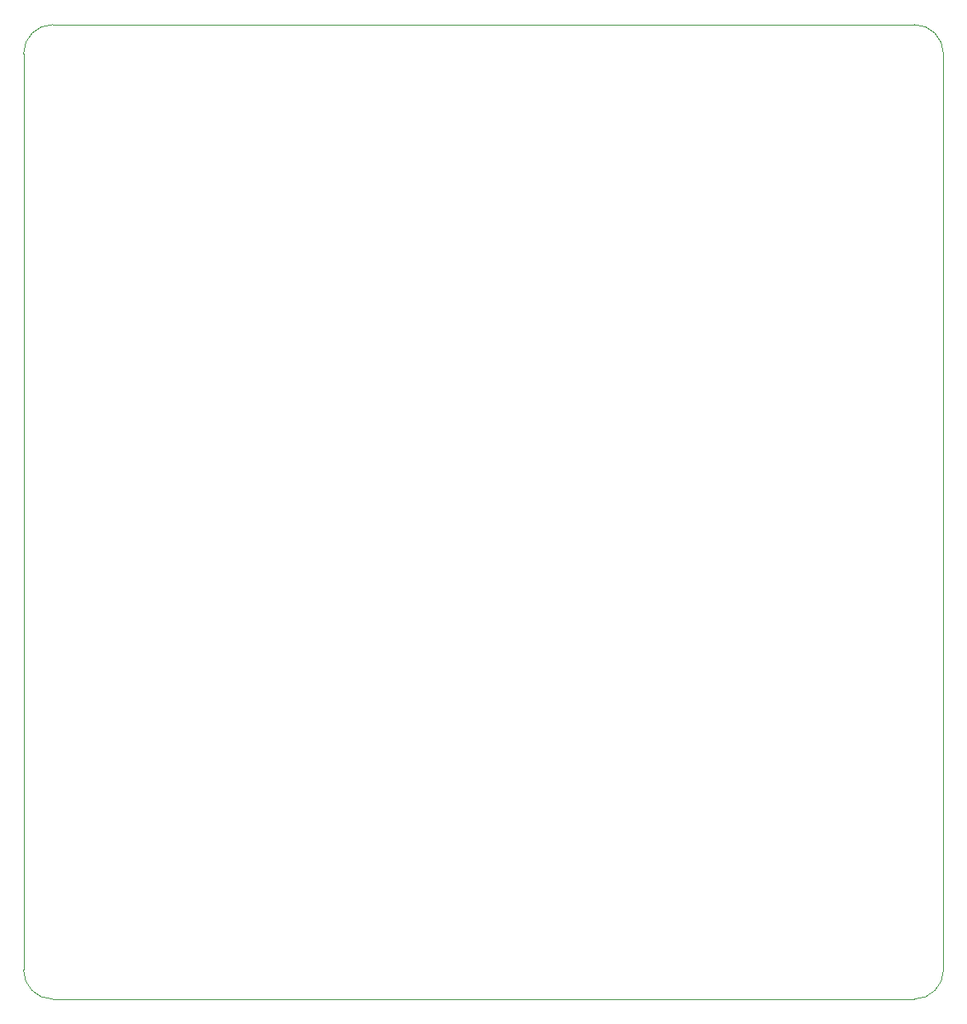
<source format=gbr>
G04 #@! TF.GenerationSoftware,KiCad,Pcbnew,7.0.10-7.0.10~ubuntu22.04.1*
G04 #@! TF.CreationDate,2024-01-08T19:12:50+01:00*
G04 #@! TF.ProjectId,Geiger Counter Mainboard,47656967-6572-4204-936f-756e74657220,1.0*
G04 #@! TF.SameCoordinates,Original*
G04 #@! TF.FileFunction,Profile,NP*
%FSLAX46Y46*%
G04 Gerber Fmt 4.6, Leading zero omitted, Abs format (unit mm)*
G04 Created by KiCad (PCBNEW 7.0.10-7.0.10~ubuntu22.04.1) date 2024-01-08 19:12:50*
%MOMM*%
%LPD*%
G01*
G04 APERTURE LIST*
G04 #@! TA.AperFunction,Profile*
%ADD10C,0.100000*%
G04 #@! TD*
G04 APERTURE END LIST*
D10*
X196764083Y-52403417D02*
G75*
G03*
X193764138Y-49403417I-2999983J17D01*
G01*
X193764138Y-149403438D02*
G75*
G03*
X196764138Y-146403417I-38J3000038D01*
G01*
X105364138Y-49403438D02*
G75*
G03*
X102364138Y-52403417I-38J-2999962D01*
G01*
X193764138Y-149403417D02*
X105364138Y-149403417D01*
X105364138Y-49403417D02*
X193764138Y-49403417D01*
X196764138Y-52403417D02*
X196764138Y-146403417D01*
X102364138Y-146403417D02*
X102364138Y-52403417D01*
X102364083Y-146403417D02*
G75*
G03*
X105364138Y-149403417I3000017J17D01*
G01*
M02*

</source>
